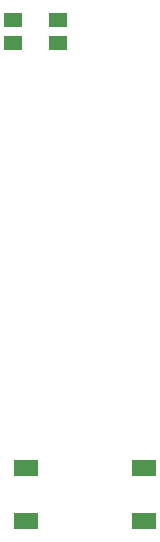
<source format=gbr>
G04 #@! TF.GenerationSoftware,KiCad,Pcbnew,5.1.9*
G04 #@! TF.CreationDate,2021-02-13T13:54:14+01:00*
G04 #@! TF.ProjectId,DVDLaserScanner,4456444c-6173-4657-9253-63616e6e6572,rev?*
G04 #@! TF.SameCoordinates,Original*
G04 #@! TF.FileFunction,Paste,Top*
G04 #@! TF.FilePolarity,Positive*
%FSLAX46Y46*%
G04 Gerber Fmt 4.6, Leading zero omitted, Abs format (unit mm)*
G04 Created by KiCad (PCBNEW 5.1.9) date 2021-02-13 13:54:14*
%MOMM*%
%LPD*%
G01*
G04 APERTURE LIST*
%ADD10R,1.500000X1.295400*%
%ADD11R,2.100000X1.400000*%
G04 APERTURE END LIST*
D10*
X151892000Y-51856600D03*
X151892000Y-53756600D03*
X155702000Y-51856600D03*
X155702000Y-53756600D03*
D11*
X163000000Y-89750000D03*
X163000000Y-94250000D03*
X153000000Y-89750000D03*
X153000000Y-94250000D03*
M02*

</source>
